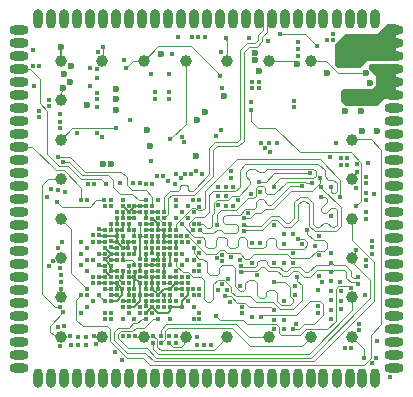
<source format=gbl>
G04*
G04 #@! TF.GenerationSoftware,Altium Limited,Altium Designer,18.1.6 (161)*
G04*
G04 Layer_Physical_Order=10*
G04 Layer_Color=16711680*
%FSTAX24Y24*%
%MOIN*%
G70*
G01*
G75*
%ADD10C,0.0079*%
%ADD12C,0.0039*%
%ADD13C,0.0059*%
%ADD30R,0.0118X0.0118*%
%ADD35R,0.0118X0.0118*%
%ADD67C,0.0046*%
%ADD70C,0.0046*%
%ADD72C,0.0051*%
%ADD73C,0.0041*%
%ADD75C,0.0047*%
%ADD86C,0.0315*%
%ADD87C,0.0157*%
%ADD88C,0.0236*%
%ADD94O,0.0315X0.0630*%
%ADD95O,0.0630X0.0315*%
%ADD96C,0.0394*%
G36*
X053724Y036146D02*
X052778D01*
X052517Y035886D01*
X051794D01*
X051671Y036009D01*
Y036693D01*
X052007Y03703D01*
X053099Y03703D01*
X053425Y037355D01*
X053724D01*
Y036146D01*
D02*
G37*
G36*
Y034851D02*
X053303D01*
X053072Y034619D01*
X052048D01*
X051901Y034767D01*
Y035121D01*
X051989Y03521D01*
X052954D01*
X053062Y035318D01*
X053062Y035634D01*
X052826Y03587D01*
Y035997D01*
X052875Y036046D01*
X053724D01*
Y034851D01*
D02*
G37*
D10*
X043825Y030106D02*
X043828Y030109D01*
X044014D02*
X044018Y030113D01*
X043828Y030109D02*
X044014D01*
X046572Y028726D02*
X046576Y028729D01*
X046381Y028722D02*
X046385Y028726D01*
X046572D01*
X045988Y028928D02*
X045991Y028925D01*
X045988Y028928D02*
Y029113D01*
X045985Y029116D02*
X045988Y029113D01*
X045985Y029116D02*
X045988Y029119D01*
Y029315D02*
X045991Y029318D01*
X045988Y029119D02*
Y029315D01*
X045594Y028134D02*
X045788D01*
X045792Y02813D01*
X04559Y028139D02*
X045594Y028134D01*
X045591Y029722D02*
Y029909D01*
X045995D02*
X045998Y029912D01*
X046185D02*
X046188Y029915D01*
X045998Y029912D02*
X046185D01*
X0454Y029318D02*
X045591D01*
X045782D01*
X045782Y029318D01*
X045597Y029501D02*
X045604Y029508D01*
X045781D01*
X045788Y029515D01*
X045788Y029515D02*
Y029712D01*
X045788Y029515D02*
X045788Y029515D01*
X046185Y029321D02*
Y029703D01*
X046182Y029318D02*
X046185Y029321D01*
Y029703D02*
X046188Y029706D01*
X045997Y030102D02*
X046176D01*
X045991Y030108D02*
X045997Y030102D01*
X045991Y030108D02*
Y030297D01*
X045985Y030303D02*
X045991Y030297D01*
X046176Y030303D02*
X046176Y030303D01*
X045985Y030303D02*
X046176D01*
X045982Y030306D02*
Y03051D01*
X045979Y030513D02*
X045982Y03051D01*
Y030306D02*
X045985Y030303D01*
X045979Y030513D02*
X045985Y030519D01*
X045801Y030504D02*
X04597D01*
X045979Y030513D01*
X045792Y030496D02*
X045801Y030504D01*
X046182Y028931D02*
X046381D01*
X051783Y036037D02*
X051959D01*
X051782Y036036D02*
X051783Y036037D01*
X051959D02*
X051959Y036037D01*
X052029Y036086D02*
X052206D01*
X05198Y036037D02*
X052029Y036086D01*
X051959Y036037D02*
X05198D01*
X052206Y036086D02*
X052266Y036146D01*
D12*
X044804Y029122D02*
X04481Y029116D01*
X044804Y029122D02*
Y029317D01*
X0446Y028729D02*
X044607D01*
X04441Y028919D02*
X0446Y028729D01*
D13*
X046122Y027744D02*
X046187Y027809D01*
X045787Y027744D02*
X046122D01*
X04563Y027901D02*
X045787Y027744D01*
X046187Y027809D02*
Y027935D01*
X044196Y029742D02*
X044225Y029712D01*
X044024Y029909D02*
X044191Y029742D01*
X044016Y029909D02*
X044024D01*
X044191Y029742D02*
X044196D01*
X043834Y030515D02*
X044002D01*
X044016Y030501D01*
X04382Y030529D02*
X043834Y030515D01*
X046382Y029917D02*
Y030099D01*
X046385Y030102D01*
X046379Y029914D02*
X046382Y029917D01*
X045991Y029521D02*
Y029706D01*
X045997Y029712D01*
X045985Y029515D02*
X045991Y029521D01*
X045397Y028928D02*
Y029107D01*
X0454Y02911D01*
X045394Y028925D02*
X045397Y028928D01*
X045195D02*
X045392D01*
X045394Y028925D01*
X045192Y028931D02*
X045195Y028928D01*
X046379Y028531D02*
X04638Y028532D01*
X046569D02*
X04657Y028533D01*
X04638Y028532D02*
X046569D01*
X04441Y028728D02*
X044566Y028572D01*
X04441Y028728D02*
Y028729D01*
X044572Y028572D02*
X044601Y028543D01*
X044566Y028572D02*
X044572D01*
X044218Y028734D02*
X04422Y028731D01*
X044408D01*
X04441Y028729D01*
X044411Y028538D02*
Y028729D01*
Y028538D02*
X044412Y028537D01*
X04441Y028729D02*
X044411Y028729D01*
X045197Y029122D02*
Y029336D01*
X045001Y029712D02*
X045004Y029716D01*
Y029904D02*
X045008Y029908D01*
X045004Y029716D02*
Y029904D01*
X04382Y029318D02*
X043824Y029314D01*
X044007D02*
X044011Y02931D01*
X043824Y029314D02*
X044007D01*
X043823Y028928D02*
X044014D01*
X04382Y028925D02*
X043823Y028928D01*
X044014D02*
X044016Y028931D01*
X045791Y02854D02*
Y02872D01*
Y02854D02*
X045794Y028537D01*
X045788Y028724D02*
X045791Y02872D01*
X04559Y02793D02*
X045619Y027901D01*
X04563D01*
X046576Y02794D02*
Y028137D01*
X046778Y02834D02*
Y028533D01*
X046576Y028137D02*
X046778Y02834D01*
X046187Y027935D02*
X04657D01*
X046182Y02793D02*
X046187Y027935D01*
X045394Y028136D02*
X045394Y028137D01*
X045393Y027952D02*
X045394Y027953D01*
Y028136D01*
X04555Y027901D02*
X04556D01*
X045393Y027743D02*
X04555Y027901D01*
X04556D02*
X04559Y02793D01*
X04481Y027935D02*
X044996D01*
X045192Y02813D01*
Y028334D01*
X045192Y028334D02*
X045192Y028334D01*
X044601Y028323D02*
Y028543D01*
X044213Y02813D02*
X044408D01*
X044601Y028323D01*
X046351Y028692D02*
X046381Y028722D01*
X046176Y028533D02*
X046336Y028692D01*
X046351D01*
X045743Y028353D02*
X045766Y02833D01*
X045588Y028534D02*
Y028916D01*
Y028534D02*
X045615Y028507D01*
X045621D02*
X045743Y028385D01*
X045766Y02833D02*
X045773D01*
X045615Y028507D02*
X045621D01*
X045743Y028353D02*
Y028385D01*
X045811Y028353D02*
X04599Y028533D01*
X046176D01*
X045802Y028353D02*
X045811D01*
X045773Y028324D02*
X045802Y028353D01*
X045588Y028916D02*
X045591Y028919D01*
X045594Y028922D02*
X045779D01*
X045591Y028919D02*
X045594Y028922D01*
X045779D02*
X045782Y028925D01*
X043834Y030307D02*
X044396D01*
X044404Y0301D02*
X044407Y030103D01*
Y03029D01*
X04441Y030293D01*
X044447Y03007D02*
X044608Y029909D01*
X044434Y03007D02*
X044447D01*
X044608Y029909D02*
X044608D01*
X044404Y0301D02*
X044434Y03007D01*
X044608Y029909D02*
X044609Y029908D01*
X044799D01*
X0448Y030106D02*
X044803Y030103D01*
X044998D01*
X0448Y029908D02*
Y030105D01*
X0448Y030106D01*
X044225Y030117D02*
X044234Y030109D01*
X044396D01*
X045782Y030693D02*
X045787Y030688D01*
Y030501D02*
Y030688D01*
Y030501D02*
X045792Y030496D01*
X04559Y030882D02*
X04562Y030853D01*
X045753Y030723D02*
Y030733D01*
X04562Y030853D02*
X045634D01*
X045753Y030723D02*
X045782Y030693D01*
X045634Y030853D02*
X045753Y030733D01*
X04382Y030321D02*
X043834Y030307D01*
X044396D02*
X04441Y030293D01*
X044413Y030295D01*
Y030493D02*
X044415Y030495D01*
X044413Y030295D02*
Y030493D01*
X044415Y030495D02*
X044416Y030495D01*
X044601D02*
X044601Y030496D01*
X044416Y030495D02*
X044601D01*
X044601Y030496D02*
X044607Y030501D01*
Y030686D02*
X044613Y030692D01*
X044607Y030501D02*
Y030686D01*
X044613Y031293D02*
X044642Y031263D01*
Y031256D02*
Y031263D01*
X04478Y031125D02*
X04481Y031096D01*
X044642Y031256D02*
X044773Y031125D01*
X04478D01*
X045001Y031293D02*
X0454D01*
X045192Y028334D02*
Y028722D01*
X045001Y028913D02*
Y028925D01*
Y028542D02*
Y028913D01*
X045192Y028722D01*
X044813Y028922D02*
X044998D01*
X04481Y028919D02*
X044813Y028922D01*
X044998D02*
X045001Y028925D01*
X04501Y028934D02*
Y029107D01*
X045018Y029116D01*
X045001Y028925D02*
X04501Y028934D01*
X044011Y029519D02*
X044193Y029336D01*
X044196D01*
X044225Y029307D01*
X044213Y029127D02*
X04441D01*
X044219Y029301D02*
X044225Y029307D01*
X044219Y029133D02*
Y029301D01*
X044213Y029127D02*
X044219Y029133D01*
X04404Y029548D02*
X044061D01*
X044011Y029519D02*
X04404Y029548D01*
X044061D02*
X044225Y029712D01*
X044226Y029711D02*
X044404D01*
X044225Y029712D02*
X044226Y029711D01*
X044404D02*
X044404Y029711D01*
X044971Y031263D02*
X045001Y031293D01*
X04481Y031096D02*
X044971Y031257D01*
Y031263D01*
X045197Y030302D02*
X045198Y030303D01*
X045197Y029544D02*
X045197Y029545D01*
Y030302D01*
D30*
X044601Y028543D02*
D03*
X04481D02*
D03*
X044405Y030694D02*
D03*
X044613D02*
D03*
X044225Y029712D02*
D03*
X044016D02*
D03*
X046176Y030303D02*
D03*
X046385D02*
D03*
X045192Y028334D02*
D03*
X045401D02*
D03*
X045773Y028324D02*
D03*
X045981D02*
D03*
X04518Y030692D02*
D03*
X045389D02*
D03*
X044213Y02813D02*
D03*
X044005D02*
D03*
X045389Y030305D02*
D03*
X045597D02*
D03*
X044404Y0301D02*
D03*
X044613D02*
D03*
X045782Y030693D02*
D03*
X045991D02*
D03*
X045383Y029909D02*
D03*
X045591D02*
D03*
X046778Y028533D02*
D03*
X04657Y028533D02*
D03*
X045979Y030513D02*
D03*
X046188D02*
D03*
X045792Y030496D02*
D03*
X045584D02*
D03*
X044601D02*
D03*
X04481D02*
D03*
X045018Y029116D02*
D03*
X04481D02*
D03*
X044799Y029908D02*
D03*
X045008D02*
D03*
X044415Y030495D02*
D03*
X044207D02*
D03*
X045788Y029712D02*
D03*
X045997D02*
D03*
X045586Y028537D02*
D03*
X045794D02*
D03*
X046176Y030102D02*
D03*
X046385D02*
D03*
X045782Y029318D02*
D03*
X045991D02*
D03*
X045782Y028925D02*
D03*
X045991D02*
D03*
X045609Y029516D02*
D03*
X0454D02*
D03*
X045997Y030102D02*
D03*
X045788D02*
D03*
X045597Y02874D02*
D03*
X045389D02*
D03*
X04481Y028919D02*
D03*
X044601D02*
D03*
X044404Y029711D02*
D03*
X044613D02*
D03*
D35*
X044213Y02892D02*
D03*
Y029129D02*
D03*
X04421Y029932D02*
D03*
Y030141D02*
D03*
X044412Y028537D02*
D03*
Y028328D02*
D03*
X044016Y028931D02*
D03*
Y028722D02*
D03*
X04481Y031096D02*
D03*
Y030887D02*
D03*
X04559Y030882D02*
D03*
Y031091D02*
D03*
X0454Y031293D02*
D03*
Y031084D02*
D03*
X045591Y028919D02*
D03*
Y029127D02*
D03*
X045197Y029544D02*
D03*
Y029336D02*
D03*
X046182Y02793D02*
D03*
Y028139D02*
D03*
X0454Y029318D02*
D03*
Y02911D02*
D03*
X045192Y028931D02*
D03*
Y028722D02*
D03*
X04441Y029127D02*
D03*
Y028919D02*
D03*
X046176Y028533D02*
D03*
Y028741D02*
D03*
X045001Y031293D02*
D03*
Y031084D02*
D03*
X044225Y029307D02*
D03*
Y029515D02*
D03*
X045393Y027743D02*
D03*
Y027952D02*
D03*
X044016Y030316D02*
D03*
Y030107D02*
D03*
X04382Y030321D02*
D03*
Y030529D02*
D03*
X044613Y031293D02*
D03*
Y031084D02*
D03*
X045001Y028542D02*
D03*
Y028334D02*
D03*
X044218Y028734D02*
D03*
Y028525D02*
D03*
X044011Y029519D02*
D03*
Y02931D02*
D03*
X04559Y02793D02*
D03*
Y028139D02*
D03*
X046188Y029706D02*
D03*
Y029915D02*
D03*
X04481Y027935D02*
D03*
Y028143D02*
D03*
X045001Y0301D02*
D03*
Y030309D02*
D03*
X046381Y028722D02*
D03*
Y028931D02*
D03*
D67*
X045404Y02657D02*
X045724Y026249D01*
X044782Y02657D02*
X045404D01*
X045724Y026249D02*
X050873D01*
X044759Y026407D02*
X045358D01*
X045636Y02613D02*
X05098D01*
X045358Y026407D02*
X045636Y02613D01*
X05098D02*
X052993Y028143D01*
X050873Y026249D02*
X052865Y028241D01*
X044443Y026909D02*
X044782Y02657D01*
X044443Y027022D02*
X04454Y027119D01*
X044443Y026909D02*
Y027022D01*
X044317Y026849D02*
Y027096D01*
X044468Y027248D01*
X044821D01*
X044317Y026849D02*
X044759Y026407D01*
X052865Y028241D02*
Y028822D01*
X052332Y029354D02*
X052865Y028822D01*
X052266Y029568D02*
X052332Y029501D01*
Y029354D02*
Y029501D01*
X04454Y027119D02*
X044909D01*
X045038Y027248D01*
X045316D01*
X045615Y027547D02*
X045788D01*
X045316Y027248D02*
X045615Y027547D01*
X052993Y028143D02*
Y029434D01*
X052266Y030162D02*
Y030883D01*
Y030162D02*
X052993Y029434D01*
X052266Y030883D02*
X052266Y030883D01*
X044821Y027248D02*
X044958Y027385D01*
X045242Y027547D02*
X045394D01*
X04508Y027385D02*
X045242Y027547D01*
X044958Y027385D02*
X04508D01*
X052266Y029663D02*
X052363Y02976D01*
Y029803D02*
X052386Y029826D01*
X052363Y02976D02*
Y029803D01*
X052266Y029576D02*
Y029663D01*
Y032277D02*
X052403Y032414D01*
X052266Y032207D02*
Y032277D01*
X052403Y032414D02*
Y032445D01*
X045394Y027547D02*
X045394D01*
X046164Y028729D02*
X046176Y028741D01*
X045984Y028729D02*
X046164D01*
D70*
X05131Y029816D02*
X051408Y029914D01*
Y030069D01*
X051316Y030161D02*
X051408Y030069D01*
X051077Y029816D02*
X05131D01*
X050969Y030161D02*
X051316D01*
X043829Y029712D02*
X044016D01*
X046385Y030303D02*
X046385Y030303D01*
X046566D01*
X045983Y028132D02*
Y028322D01*
Y028132D02*
X045985Y02813D01*
X045981Y028324D02*
X045983Y028322D01*
X042884Y029073D02*
X043426Y028531D01*
X042884Y029073D02*
Y03054D01*
X04254Y030883D02*
X042884Y03054D01*
X04254Y035112D02*
X042611Y035182D01*
Y035234D01*
X04254Y034831D02*
Y035112D01*
X048886Y034143D02*
Y034491D01*
X049114Y033915D02*
X049672D01*
X048886Y034143D02*
X049114Y033915D01*
X049672D02*
X050503Y033084D01*
X052217D01*
X043725Y03149D02*
X04398D01*
X043512Y031278D02*
X043725Y03149D01*
X042582Y031278D02*
X043512D01*
X042415Y031445D02*
X042582Y031278D01*
X052658Y026248D02*
Y026543D01*
X052266Y026936D02*
X052658Y026543D01*
X044995Y029324D02*
Y029434D01*
Y029324D02*
X045001Y029318D01*
X044921Y029508D02*
X044995Y029434D01*
X044607Y029508D02*
X044921D01*
X045594Y029124D02*
X045785D01*
X045788Y029122D01*
X045591Y029127D02*
X045594Y029124D01*
X046182Y028139D02*
Y028334D01*
X046182Y028334D02*
X046182Y028334D01*
Y028139D02*
X046182Y028139D01*
X045001Y030309D02*
X045001Y030309D01*
Y030496D01*
X042351Y029472D02*
X042446Y029568D01*
X042284Y029451D02*
X042306Y029472D01*
X042446Y029568D02*
X04254D01*
X042306Y029472D02*
X042351D01*
X04254Y028252D02*
Y028537D01*
X04254Y028537D02*
X04254Y028537D01*
X04392Y026946D02*
X04393Y026936D01*
X043656Y026946D02*
X04392D01*
X043646Y026956D02*
X043656Y026946D01*
X045041Y026946D02*
X045309D01*
X045319Y026936D01*
X04503Y026956D02*
X045041Y026946D01*
X049651Y028777D02*
X050013D01*
X050188Y02829D02*
Y028603D01*
X050013Y028777D02*
X050188Y028603D01*
X041842Y03472D02*
Y035544D01*
X042092Y033034D02*
Y03447D01*
X041842Y03472D02*
X042092Y03447D01*
Y033034D02*
X042499Y032627D01*
X041005Y033272D02*
X041589D01*
X042369Y032493D02*
X042641D01*
X041589Y033272D02*
X042369Y032493D01*
X041515Y035871D02*
X041842Y035544D01*
X04293Y033905D02*
X044389D01*
X04254Y033515D02*
X04293Y033905D01*
X042632Y027752D02*
X042635D01*
X042195Y027315D02*
X042632Y027752D01*
X042312Y026992D02*
X042484D01*
X042195Y02711D02*
Y027315D01*
X042484Y026992D02*
X04254Y026936D01*
X042195Y02711D02*
X042312Y026992D01*
X041922Y02836D02*
X042355Y027927D01*
X042511D02*
X042526Y027941D01*
X042355Y027927D02*
X042511D01*
X046656Y026705D02*
Y026884D01*
X046554Y026602D02*
X046656Y026705D01*
X046286Y026602D02*
X046554D01*
X046656Y026884D02*
X046708Y026936D01*
X046143Y026745D02*
X046286Y026602D01*
X043957Y036174D02*
Y0366D01*
X04393Y036146D02*
X043957Y036174D01*
X05138Y036146D02*
X051783Y035743D01*
X052716D01*
X050877Y036146D02*
X05138D01*
X049487D02*
X050295D01*
X050422Y036018D01*
X050431D01*
X052144Y028624D02*
X0522Y028568D01*
X051801Y028624D02*
X052144D01*
X051709Y028532D02*
X051801Y028624D01*
X0522Y028568D02*
X052227D01*
X050725Y027202D02*
X05143D01*
X051709Y027481D02*
Y028532D01*
X05143Y027202D02*
X051709Y027481D01*
X050535Y027012D02*
X050725Y027202D01*
X049882Y027012D02*
X050535D01*
X049812Y027082D02*
Y027252D01*
Y027082D02*
X049882Y027012D01*
X049703Y027361D02*
X049812Y027252D01*
X048751Y027361D02*
X049703D01*
X04784Y027504D02*
X048608D01*
X048751Y027361D01*
X047717Y027627D02*
X04784Y027504D01*
X046064Y027352D02*
X048401D01*
X048818Y026936D02*
X049487D01*
X048401Y027352D02*
X048818Y026936D01*
X048855Y026647D02*
X050587D01*
X046135Y027239D02*
X048262D01*
X048855Y026647D01*
X045887Y027175D02*
X046064Y027352D01*
X045887Y026981D02*
Y027175D01*
X046014Y027118D02*
X046135Y027239D01*
X050587Y026647D02*
X050877Y026936D01*
X045887Y026745D02*
X046014Y026872D01*
Y027118D01*
X045631Y026518D02*
X045777Y026371D01*
X050809D01*
X045631Y026518D02*
Y026745D01*
X044737Y026245D02*
X045274D01*
X045513Y026007D02*
X052639D01*
X045274Y026245D02*
X045513Y026007D01*
X052639D02*
X052869Y026237D01*
X045887Y026489D02*
X047651D01*
X048098Y026936D02*
Y026944D01*
X047651Y026489D02*
X048098Y026936D01*
X045759Y026616D02*
Y026853D01*
Y026616D02*
X045887Y026489D01*
X045631Y026981D02*
X045759Y026853D01*
X052266Y027828D02*
Y028252D01*
X050809Y026371D02*
X052266Y027828D01*
X044181Y026801D02*
X044737Y026245D01*
X052266Y033523D02*
X052869D01*
X053216Y033176D01*
Y02736D02*
Y033176D01*
X052869Y026237D02*
Y027012D01*
X053216Y02736D01*
X044071Y027306D02*
X044181Y027196D01*
Y026801D02*
Y027196D01*
X043269Y027306D02*
X044071D01*
X043067Y027507D02*
X043269Y027306D01*
X043067Y028172D02*
X043229Y028334D01*
X043067Y027507D02*
Y028172D01*
X041922Y02836D02*
Y031998D01*
X042123Y032199D02*
X04254D01*
X041922Y031998D02*
X042123Y032199D01*
X043229Y031484D02*
Y031905D01*
X042641Y032493D02*
X043229Y031905D01*
X043204Y032194D02*
X043876D01*
X044049Y032022D01*
X042499Y032627D02*
X042771D01*
X043204Y032194D01*
X041162Y035871D02*
X041515D01*
X041005D02*
X041162D01*
X046202Y033531D02*
X046708Y034037D01*
Y036146D01*
X046901Y036626D02*
X047868Y035658D01*
Y035643D02*
Y035658D01*
X045799Y036626D02*
X046901D01*
X045319Y036146D02*
X045799Y036626D01*
X044958Y036146D02*
X045319D01*
X044725Y035913D02*
X044958Y036146D01*
X049838Y037031D02*
X050691D01*
X051095Y036626D01*
X048098Y036146D02*
Y03681D01*
X048036Y036873D02*
Y036903D01*
Y036873D02*
X048098Y03681D01*
X04382Y028315D02*
X044005Y02813D01*
X04382Y028315D02*
Y028334D01*
X045788Y030896D02*
X045991Y030693D01*
X045788Y030896D02*
Y030898D01*
X044746Y032011D02*
X044927Y03183D01*
X045369D02*
X045591Y031608D01*
X044927Y03183D02*
X045369D01*
X044746Y032011D02*
Y032253D01*
X044557Y032442D02*
X044746Y032253D01*
X044278Y03194D02*
X044515Y031703D01*
X044111Y032334D02*
X044278Y032167D01*
Y03194D02*
Y032167D01*
X042827Y032766D02*
X043259Y032334D01*
X044111D01*
X042863Y032938D02*
X043359Y032442D01*
X044557D01*
X044934Y031703D02*
X045153Y031484D01*
X044515Y031703D02*
X044934D01*
X042607Y032766D02*
X042827D01*
X045153Y031484D02*
X045394D01*
X045591Y031287D02*
Y031608D01*
X042463Y032938D02*
X042863D01*
X052217Y033084D02*
X052558Y032743D01*
Y031466D02*
Y032743D01*
X052376Y031285D02*
X052558Y031466D01*
X048814Y029544D02*
X048977Y029707D01*
X050091D02*
X050233Y029564D01*
X048977Y029707D02*
X050091D01*
X05042Y028814D02*
Y02893D01*
X050419Y028931D02*
X05042Y02893D01*
Y028814D02*
X050582Y028652D01*
Y028151D02*
Y028652D01*
X051272Y027664D02*
Y028041D01*
X051183Y02813D02*
X051272Y028041D01*
X050981Y027373D02*
X051272Y027664D01*
X05085Y02813D02*
X051183D01*
X049206Y027596D02*
X049287Y027677D01*
X050651Y027373D02*
X050981D01*
X050276Y027198D02*
X050475D01*
X050651Y027373D01*
X050397Y027677D02*
X05085Y02813D01*
X049287Y027677D02*
X050397D01*
X047415Y029101D02*
Y029424D01*
X047146Y02955D02*
X04729D01*
X047415Y029424D01*
X047775Y028839D02*
X047978D01*
X047629Y028694D02*
X047775Y028839D01*
X047629Y028196D02*
Y028694D01*
X047316Y028201D02*
X047419Y028098D01*
X047532D02*
X047629Y028196D01*
X047419Y028098D02*
X047532D01*
X047316Y028201D02*
Y028825D01*
X050275Y028084D02*
Y028202D01*
X050191Y028D02*
X050275Y028084D01*
X050188Y02829D02*
X050275Y028202D01*
X049888Y028D02*
X050191D01*
X049848Y027855D02*
X050285D01*
X050582Y028151D01*
X047831Y029075D02*
Y029236D01*
X04792Y029325D02*
X048242D01*
X047831Y029236D02*
X04792Y029325D01*
X04775Y028993D02*
X047831Y029075D01*
X047523Y028993D02*
X04775D01*
X048977Y028825D02*
X04908Y028722D01*
X048697Y028719D02*
X048803Y028825D01*
X048977D01*
X048242Y029325D02*
X048342Y029225D01*
Y028624D02*
Y029225D01*
X047978Y028839D02*
X04823Y028587D01*
Y028433D02*
Y028587D01*
Y028433D02*
X048374Y028289D01*
X04884D01*
X048507Y02846D02*
X048614D01*
X048342Y028624D02*
X048507Y02846D01*
X047217Y028925D02*
X047316Y028825D01*
X049042Y028086D02*
X049617D01*
X049848Y027855D01*
X050271Y027202D02*
X050276Y027198D01*
X04884Y028289D02*
X049042Y028086D01*
X048614Y02846D02*
X048697Y028543D01*
Y028719D01*
X049651Y028514D02*
X04976Y028404D01*
Y028127D02*
X049888Y028D01*
X04976Y028127D02*
Y028404D01*
X047415Y029101D02*
X047523Y028993D01*
X046969Y029727D02*
X047146Y02955D01*
X049476Y028514D02*
X049651D01*
X049184Y028241D02*
X04932D01*
X049394Y028316D01*
Y028433D01*
X049476Y028514D01*
X04908Y028346D02*
X049184Y028241D01*
X04908Y028346D02*
Y028722D01*
X048693Y028075D02*
X048826Y027942D01*
X049539D02*
X049651Y02783D01*
X048826Y027942D02*
X049539D01*
X048431Y028075D02*
X048693D01*
X048217Y028289D02*
X048431Y028075D01*
X048024Y028289D02*
X048217D01*
X046964Y028925D02*
X047217D01*
X046969Y029727D02*
Y029909D01*
X046799Y02909D02*
X046964Y028925D01*
X046606Y02909D02*
X046799D01*
X046379Y029317D02*
X046606Y02909D01*
X046379Y029317D02*
Y029508D01*
X049214Y031059D02*
X049358Y031203D01*
X048851Y030887D02*
X049023Y031059D01*
X049214D01*
X049358Y031203D02*
X049619D01*
X05023Y031814D01*
X050935D01*
X048655Y030255D02*
X048751Y03016D01*
X048524Y030255D02*
X048655D01*
X04844Y030172D02*
X048524Y030255D01*
X04844Y029969D02*
Y030172D01*
X048751Y029969D02*
Y03016D01*
X049723Y02997D02*
Y030154D01*
X049478Y030235D02*
X049642D01*
X049723Y030154D01*
X049379Y030135D02*
X049478Y030235D01*
X049379Y029976D02*
Y030135D01*
X049723Y02997D02*
X049812Y029881D01*
X05064D01*
X048831Y029889D02*
X049292D01*
X049379Y029976D01*
X050826Y029564D02*
X051077Y029816D01*
X050757Y030373D02*
Y030477D01*
Y030373D02*
X050969Y030161D01*
X050749Y030485D02*
X050757Y030477D01*
X050749Y029989D02*
Y030104D01*
X05064Y029881D02*
X050749Y029989D01*
X050444Y030202D02*
X05065D01*
X050749Y030104D01*
X050233Y029564D02*
X050826D01*
X047735Y029707D02*
X047859Y029831D01*
X047374Y029707D02*
X047735D01*
X046778Y030303D02*
X047374Y029707D01*
X047859Y029831D02*
X048D01*
X048076Y029991D02*
Y030188D01*
X048176Y029891D02*
X048362D01*
X048076Y029991D02*
X048176Y029891D01*
X047999Y030265D02*
X048076Y030188D01*
X047799Y030265D02*
X047999D01*
X047714Y03018D02*
X047799Y030265D01*
X047714Y029966D02*
Y03018D01*
X048751Y029969D02*
X048831Y029889D01*
X048Y029831D02*
X048102Y029729D01*
X048699Y029544D02*
X048814D01*
X048513Y029729D02*
X048699Y029544D01*
X048102Y029729D02*
X048513D01*
X04764Y029892D02*
X047714Y029966D01*
X047439Y029892D02*
X04764D01*
X048362Y029891D02*
X04844Y029969D01*
X046763Y030303D02*
X046778D01*
X049353Y031765D02*
Y031888D01*
X049434Y031685D02*
X049668D01*
X049353Y031765D02*
X049434Y031685D01*
X04775Y030659D02*
Y031022D01*
X047889Y031161D01*
X048384D01*
X048369Y030696D02*
X048447Y030618D01*
Y030471D02*
Y030618D01*
X048033Y030696D02*
X048369D01*
X047952Y030777D02*
Y030929D01*
Y030777D02*
X048033Y030696D01*
X048036Y031014D02*
X048512D01*
X047952Y030929D02*
X048036Y031014D01*
X047648Y031074D02*
Y031403D01*
X047589Y030631D02*
Y031015D01*
X047648Y031074D01*
X048976Y031198D02*
X049061Y031283D01*
X048696Y031198D02*
X048976D01*
X049061Y031283D02*
Y031429D01*
X048512Y031014D02*
X048696Y031198D01*
X049565Y031347D02*
X050181Y031963D01*
X04945Y031347D02*
X049565D01*
X049278Y031519D02*
X04945Y031347D01*
X04915Y031519D02*
X049278D01*
X049061Y031429D02*
X04915Y031519D01*
X049668Y031685D02*
X050086Y032102D01*
X049269Y031973D02*
X049353Y031888D01*
X049119Y031973D02*
X049269D01*
X049039Y031646D02*
Y031893D01*
X049119Y031973D01*
X048965Y031573D02*
X049039Y031646D01*
X048796Y031573D02*
X048965D01*
X050086Y032102D02*
X050675D01*
X048384Y031161D02*
X048796Y031573D01*
X049157Y032117D02*
X04939D01*
X049663Y03239D02*
X050861D01*
X04939Y032117D02*
X049663Y03239D01*
X049427Y032549D02*
X050962D01*
X049307Y032429D02*
X049427Y032549D01*
X04915Y032429D02*
X049307D01*
X049029Y032549D02*
X04915Y032429D01*
X048826Y032549D02*
X049029D01*
X049661Y031942D02*
Y03204D01*
X049855Y032235D02*
X050956D01*
X049661Y03204D02*
X049855Y032235D01*
X049651Y031933D02*
X049661Y031942D01*
X048851Y032019D02*
Y032143D01*
X048258Y031647D02*
X048478D01*
X048851Y032019D01*
X048708Y032285D02*
Y032431D01*
Y032285D02*
X048851Y032143D01*
X048708Y032431D02*
X048826Y032549D01*
X048506Y032507D02*
X048702Y032703D01*
X048506Y031939D02*
Y032507D01*
X048702Y032703D02*
X051135D01*
X048363Y031796D02*
X048506Y031939D01*
X051184Y032855D02*
X051867Y032172D01*
X04734Y031785D02*
X04841Y032855D01*
X051184D01*
X051867Y031614D02*
Y032172D01*
X04734Y031231D02*
Y031785D01*
X050675Y032102D02*
X050716Y032061D01*
X051036Y032315D02*
Y032475D01*
X050962Y032549D02*
X051036Y032475D01*
X050956Y032235D02*
X051036Y032315D01*
X051135Y032703D02*
X051345Y032493D01*
X050716Y032061D02*
X050927D01*
X050181Y031963D02*
X050579D01*
X050935Y031814D02*
X051177Y032056D01*
X047286Y030401D02*
X047629D01*
X047736Y030509D02*
X04789D01*
X047629Y030401D02*
X047736Y030509D01*
X047997Y030401D02*
X048377D01*
X04789Y030509D02*
X047997Y030401D01*
X047648Y031403D02*
X047739Y031493D01*
X048105D01*
X047523Y030565D02*
X047589Y030631D01*
X04717Y030691D02*
X047289D01*
X047415Y030565D02*
X047523D01*
X047289Y030691D02*
X047415Y030565D01*
X047165Y030696D02*
X04717Y030691D01*
X047279Y03027D02*
X047367Y030182D01*
X047Y03027D02*
X047279D01*
X046576Y030695D02*
X047Y03027D01*
X047367Y029964D02*
Y030182D01*
X051345Y0323D02*
Y032493D01*
Y0323D02*
X051464Y032181D01*
X05163D01*
X051748Y032063D01*
X04701Y03093D02*
X047327D01*
X047492Y031095D02*
Y031653D01*
X047327Y03093D02*
X047492Y031095D01*
X047635Y031796D02*
X048363D01*
X047492Y031653D02*
X047635Y031796D01*
X051686Y031737D02*
X051748Y031799D01*
X051543Y031796D02*
X051602Y031737D01*
X051686D01*
X051543Y031927D02*
X051547Y031931D01*
X051543Y031796D02*
Y031927D01*
X051748Y031799D02*
Y032063D01*
X048377Y030401D02*
X048447Y030471D01*
X048105Y031493D02*
X048258Y031647D01*
X04682Y03074D02*
X04701Y03093D01*
X047367Y029964D02*
X047439Y029892D01*
X048645Y030887D02*
X048851D01*
X051177Y032056D02*
Y032229D01*
X047259Y031151D02*
X04734Y031231D01*
X047177Y030502D02*
X047185D01*
X047286Y030401D01*
X04682Y03065D02*
Y03074D01*
Y03065D02*
X046968Y030502D01*
X047104Y031151D02*
X047259D01*
X046921Y031238D02*
X047016D01*
X047104Y031151D01*
X046377Y030695D02*
X046921Y031238D01*
X046377Y030499D02*
Y030695D01*
X044021Y028529D02*
X044214D01*
X044218Y028525D01*
X044018Y028532D02*
X044021Y028529D01*
D72*
X044225Y029909D02*
X044409D01*
X044213D02*
X044225D01*
X045587Y03109D02*
X045788D01*
X044804Y028138D02*
X04481Y028143D01*
X044611Y028138D02*
X044804D01*
X044605Y028133D02*
X044611Y028138D01*
X04254Y036155D02*
Y036588D01*
X04461Y030103D02*
Y0303D01*
Y030103D02*
X044613Y0301D01*
X044607Y030303D02*
X04461Y0303D01*
X045587Y028334D02*
X045591Y028339D01*
X045401Y028334D02*
X045587D01*
X046182Y030519D02*
Y030696D01*
X045591Y030102D02*
X045597Y030108D01*
Y030305D01*
X044215Y028336D02*
X044222Y028328D01*
X044412D01*
X044804Y028537D02*
X04481Y028543D01*
X044804Y028334D02*
Y028537D01*
X044995Y028143D02*
X045001Y028137D01*
X044995Y028143D02*
Y02833D01*
X045788Y030102D02*
Y030305D01*
X045788Y030305D02*
X045788Y030305D01*
X045584Y031093D02*
X045587Y03109D01*
X045391Y031075D02*
X0454Y031084D01*
X045391Y03089D02*
Y031075D01*
X04441Y030698D02*
Y030892D01*
X044404Y030692D02*
X04441Y030698D01*
X044409Y029909D02*
X04441Y029908D01*
X044225Y029515D02*
X04441D01*
X04382Y028728D02*
X043826Y028722D01*
X044016D01*
X044213Y028919D02*
Y028925D01*
X044016Y029122D02*
X044213Y028925D01*
X045389Y028537D02*
X045394Y028531D01*
X045389Y028537D02*
Y02874D01*
X044601Y028919D02*
X044607Y028925D01*
Y029122D01*
Y029508D02*
X044613Y029514D01*
Y029711D01*
X045389Y029501D02*
Y029706D01*
X046182Y030519D02*
X046188Y030513D01*
X045389Y030692D02*
X045393Y030696D01*
X045591D01*
X045394Y030496D02*
X045584D01*
X044804Y030501D02*
X04481Y030496D01*
X044804Y030501D02*
Y030693D01*
X04481Y030887D02*
X044813Y030884D01*
X045001D01*
X045001Y031084D02*
X045007Y03109D01*
X045202D01*
X044607Y030893D02*
X044613Y030899D01*
Y031084D01*
D73*
X049093Y029431D02*
X04917Y029508D01*
X049366D02*
X049434Y02944D01*
X04917Y029508D02*
X049366D01*
X049434Y029354D02*
Y02944D01*
X049093Y029343D02*
Y029431D01*
X049215Y029267D02*
X049322D01*
X049078Y02913D02*
X049215Y029267D01*
X049322D02*
X04946Y02913D01*
X050134Y028979D02*
X050293Y029138D01*
X050452D02*
X050652Y028938D01*
X050293Y029138D02*
X050452D01*
X050652Y028938D02*
X050849D01*
X051095Y029183D01*
X052064Y028906D02*
Y029089D01*
X05197Y029183D02*
X052064Y029089D01*
X051643Y029183D02*
X05197D01*
X05221Y028761D02*
X052383D01*
X052064Y028906D02*
X05221Y028761D01*
X047698Y033427D02*
X048405D01*
X048511Y033533D02*
Y036491D01*
X048405Y033427D02*
X048511Y033533D01*
X048651Y033475D02*
Y036433D01*
X048463Y033287D02*
X048651Y033475D01*
X047756Y033287D02*
X048463D01*
X047634Y032303D02*
Y033165D01*
X047494Y032361D02*
Y033223D01*
X047634Y033165D02*
X047756Y033287D01*
X047494Y033223D02*
X047698Y033427D01*
X047001Y031671D02*
X047634Y032303D01*
X046534Y031953D02*
X046598Y032017D01*
X046713D02*
X046775Y031955D01*
X046598Y032017D02*
X046713D01*
X046775Y031866D02*
Y031955D01*
Y031866D02*
X046831Y031811D01*
X046943D01*
X046534Y031878D02*
Y031953D01*
X046194Y031811D02*
X046467D01*
X046534Y031878D01*
X046943Y031811D02*
X047494Y032361D01*
X046252Y031671D02*
X047001D01*
X046133Y031035D02*
Y031551D01*
X046252Y031671D01*
X045993Y031609D02*
X046194Y031811D01*
X045993Y031093D02*
Y031609D01*
X049126Y036846D02*
Y037004D01*
X04907Y036592D02*
X049266Y036788D01*
X049126Y037004D02*
X049284Y037161D01*
X049012Y036732D02*
X049126Y036846D01*
X049266Y036946D02*
X049424Y037103D01*
X049266Y036788D02*
Y036946D01*
X04881Y036592D02*
X04907D01*
X048511Y036491D02*
X048752Y036732D01*
X048651Y036433D02*
X04881Y036592D01*
X048752Y036732D02*
X049012D01*
X049424Y037544D02*
X04957Y03769D01*
X049424Y037103D02*
Y037544D01*
X049137Y03769D02*
X049284Y037544D01*
Y037161D02*
Y037544D01*
X045991Y030893D02*
X046133Y031035D01*
X045985Y030893D02*
X045991D01*
X04599Y03109D02*
X045993Y031093D01*
X050816Y030645D02*
Y031351D01*
X051008Y030452D02*
X051709D01*
X050816Y030645D02*
X051008Y030452D01*
X051066Y030592D02*
X051163D01*
X050956Y030703D02*
X051066Y030592D01*
X050956Y030703D02*
Y031409D01*
X050001Y030598D02*
X05022D01*
X050455Y030833D02*
Y031361D01*
X050315Y030891D02*
Y031419D01*
X050059Y030738D02*
X050162D01*
X05022Y030598D02*
X050455Y030833D01*
X050162Y030738D02*
X050315Y030891D01*
X049815Y030982D02*
X050059Y030738D01*
X049757Y030842D02*
X050001Y030598D01*
X049541Y030982D02*
X049815D01*
X049208Y030649D02*
X049541Y030982D01*
X049599Y030842D02*
X049757D01*
X049266Y030509D02*
X049599Y030842D01*
X050572Y031477D02*
X050689D01*
X050455Y031361D02*
X050572Y031477D01*
X050514Y031617D02*
X050747D01*
X050315Y031419D02*
X050514Y031617D01*
X048727Y030509D02*
X049266D01*
X048727Y030649D02*
X049208D01*
X04946Y02913D02*
X04976D01*
X049518Y02927D02*
X049824D01*
X049434Y029354D02*
X049518Y02927D01*
X04902D02*
X049093Y029343D01*
X048632Y02927D02*
X04902D01*
X048636Y02913D02*
X049078D01*
X052204Y028978D02*
Y02914D01*
X052021Y029323D02*
X052204Y02914D01*
X051643Y029323D02*
X052021D01*
X051037D02*
X051482D01*
X051095Y029183D02*
X051475D01*
X050699Y029089D02*
X050802D01*
X051037Y029323D01*
X04976Y02913D02*
X049906Y028984D01*
X049912D01*
X049917Y028979D02*
X050134D01*
X049912Y028984D02*
X049917Y028979D01*
X050076Y029119D02*
X050226Y02927D01*
X049975Y029119D02*
X050076D01*
X050226Y02927D02*
X050518D01*
X049824D02*
X049975Y029119D01*
X050518Y02927D02*
X050699Y029089D01*
X052204Y028978D02*
X052282Y028901D01*
X052381D01*
X052383Y028761D02*
X05243Y028714D01*
X052381Y028901D02*
X05243Y02895D01*
Y028714D02*
X052462D01*
X051556Y029397D02*
Y029411D01*
X051482Y029323D02*
X051556Y029397D01*
X04856Y02931D02*
X048592D01*
X048632Y02927D01*
X051548Y029092D02*
Y02911D01*
X051475Y029183D02*
X051548Y02911D01*
X048565Y02909D02*
X048596D01*
X048636Y02913D01*
X05243Y02895D02*
X052462D01*
X051556Y029411D02*
Y029414D01*
Y029411D02*
X051643Y029323D01*
X051548Y029092D02*
X051552D01*
X051643Y029183D01*
X051204Y031144D02*
X051288Y03106D01*
X051204Y031144D02*
Y031231D01*
X051288Y03106D02*
X051389D01*
X051429Y030743D02*
X05158Y030592D01*
X051314Y030743D02*
X051429D01*
X051163Y030592D02*
X051314Y030743D01*
X051204Y031231D02*
X051418Y031445D01*
X051389Y03106D02*
X051567Y031238D01*
X051671D01*
X05174Y031168D01*
Y030682D02*
Y031168D01*
X050689Y031477D02*
X050816Y031351D01*
X050747Y031617D02*
X050956Y031409D01*
X05188Y030624D02*
Y031261D01*
X051233Y031908D02*
X05188Y031261D01*
X051709Y030452D02*
X05188Y030624D01*
X051651Y030592D02*
X05174Y030682D01*
X05158Y030592D02*
X051651D01*
X051418Y031445D02*
Y031525D01*
X051341Y031603D02*
X051418Y031525D01*
X048668Y03066D02*
X048717D01*
X048645Y030477D02*
X048668Y0305D01*
X048718D02*
X048727Y030509D01*
X048668Y0305D02*
X048718D01*
X048645Y030682D02*
X048668Y03066D01*
X048717D02*
X048727Y030649D01*
X051233Y031908D02*
Y031927D01*
X051243Y031603D02*
X051341D01*
X051233Y031612D02*
X051243Y031603D01*
D75*
X045383Y029909D02*
Y030111D01*
X045383Y030111D01*
X045383Y029909D02*
X045383Y029909D01*
X044799Y029908D02*
X0448Y029908D01*
X044998Y030103D02*
X045001Y0301D01*
X04518Y030692D02*
X045189Y030683D01*
Y030311D02*
Y030683D01*
Y030311D02*
X045198Y030303D01*
X045199Y030304D01*
X045387D02*
X045389Y030305D01*
X045199Y030304D02*
X045387D01*
X044207Y030495D02*
X044212Y030501D01*
Y030687D01*
X044218Y030692D01*
D86*
X041775Y03769D02*
D03*
X042208D02*
D03*
X042641D02*
D03*
X043074D02*
D03*
X043507D02*
D03*
X04394D02*
D03*
X044373D02*
D03*
X044806D02*
D03*
X045239D02*
D03*
X045673D02*
D03*
X046106D02*
D03*
X046539D02*
D03*
X046972D02*
D03*
X047405D02*
D03*
X047838D02*
D03*
X048271D02*
D03*
X048704D02*
D03*
X049137D02*
D03*
X04957D02*
D03*
X050003D02*
D03*
X050436D02*
D03*
X050869D02*
D03*
X051302D02*
D03*
X0538Y02591D02*
D03*
X041005D02*
D03*
Y026343D02*
D03*
Y026776D02*
D03*
Y027209D02*
D03*
Y027642D02*
D03*
Y028075D02*
D03*
Y028509D02*
D03*
Y028942D02*
D03*
Y029375D02*
D03*
Y029808D02*
D03*
Y030241D02*
D03*
Y030674D02*
D03*
Y031107D02*
D03*
Y03154D02*
D03*
Y031973D02*
D03*
Y032406D02*
D03*
Y032839D02*
D03*
Y033272D02*
D03*
Y033705D02*
D03*
Y034138D02*
D03*
Y034571D02*
D03*
Y035005D02*
D03*
Y035438D02*
D03*
Y035871D02*
D03*
Y036304D02*
D03*
Y036737D02*
D03*
Y03717D02*
D03*
Y02591D02*
D03*
Y026343D02*
D03*
Y026776D02*
D03*
Y027209D02*
D03*
Y027642D02*
D03*
Y028075D02*
D03*
Y028509D02*
D03*
Y028942D02*
D03*
Y029375D02*
D03*
Y029808D02*
D03*
Y030241D02*
D03*
Y030674D02*
D03*
Y031107D02*
D03*
Y03154D02*
D03*
Y031973D02*
D03*
Y032406D02*
D03*
Y032839D02*
D03*
Y033272D02*
D03*
Y033705D02*
D03*
Y034138D02*
D03*
Y034571D02*
D03*
Y035005D02*
D03*
Y035438D02*
D03*
Y035871D02*
D03*
Y036304D02*
D03*
Y036737D02*
D03*
Y03717D02*
D03*
X053035Y03769D02*
D03*
X052602D02*
D03*
X052169D02*
D03*
X051736D02*
D03*
X0538Y03717D02*
D03*
Y036737D02*
D03*
Y036304D02*
D03*
Y035871D02*
D03*
Y035438D02*
D03*
Y035005D02*
D03*
Y034571D02*
D03*
Y034138D02*
D03*
Y033705D02*
D03*
Y033272D02*
D03*
Y032839D02*
D03*
Y032406D02*
D03*
Y031973D02*
D03*
Y03154D02*
D03*
Y031107D02*
D03*
Y030674D02*
D03*
Y030241D02*
D03*
Y029808D02*
D03*
Y029375D02*
D03*
Y028942D02*
D03*
Y028509D02*
D03*
Y028075D02*
D03*
Y027642D02*
D03*
Y027209D02*
D03*
Y026776D02*
D03*
Y026343D02*
D03*
X045239Y025407D02*
D03*
X045673D02*
D03*
X046106D02*
D03*
X046539D02*
D03*
X046972D02*
D03*
X047405D02*
D03*
X047838D02*
D03*
X048271D02*
D03*
X048704D02*
D03*
X049137D02*
D03*
X04957D02*
D03*
X050003D02*
D03*
X050436D02*
D03*
X050869D02*
D03*
X051302D02*
D03*
X051736D02*
D03*
X052169D02*
D03*
X052602D02*
D03*
X053035D02*
D03*
X044806D02*
D03*
X044373D02*
D03*
X04394D02*
D03*
X043507D02*
D03*
X043074D02*
D03*
X042641D02*
D03*
X042208D02*
D03*
X041775D02*
D03*
D87*
X053515Y025597D02*
D03*
X052973Y035899D02*
D03*
X053201Y036411D02*
D03*
X0532Y036862D02*
D03*
X05319Y035899D02*
D03*
X047068Y032468D02*
D03*
X047265Y032361D02*
D03*
X05278Y032748D02*
D03*
X048931Y03007D02*
D03*
X049187Y030051D02*
D03*
X046379Y029712D02*
D03*
X041835Y035959D02*
D03*
X041617Y036486D02*
D03*
X041616Y035977D02*
D03*
X041806Y034265D02*
D03*
X041806Y034474D02*
D03*
X042526Y034084D02*
D03*
X042535Y034363D02*
D03*
X042145Y034641D02*
D03*
Y034818D02*
D03*
X043072Y033718D02*
D03*
X044389Y033905D02*
D03*
X043917Y033612D02*
D03*
X043766Y033728D02*
D03*
X046659Y03344D02*
D03*
X042504Y026632D02*
D03*
X042635Y027752D02*
D03*
X042526Y027941D02*
D03*
X047097Y026924D02*
D03*
X043767Y035559D02*
D03*
X043747Y034608D02*
D03*
X043748Y034851D02*
D03*
Y035064D02*
D03*
X043794Y036445D02*
D03*
X043957Y0366D02*
D03*
X046147Y035706D02*
D03*
X045695Y034862D02*
D03*
X046147D02*
D03*
X045695Y035096D02*
D03*
X045558Y035706D02*
D03*
X046147Y0351D02*
D03*
X047708Y033639D02*
D03*
X047869Y033837D02*
D03*
X047922Y035219D02*
D03*
X046588Y033612D02*
D03*
X050462Y036764D02*
D03*
Y036304D02*
D03*
X050462Y036528D02*
D03*
X051418Y036846D02*
D03*
X052476Y034993D02*
D03*
X049342Y033237D02*
D03*
X049737Y033391D02*
D03*
X051871Y032885D02*
D03*
Y032665D02*
D03*
X051529Y032938D02*
D03*
X050316Y034813D02*
D03*
Y034606D02*
D03*
X049137Y035234D02*
D03*
X04893D02*
D03*
X048931Y035438D02*
D03*
X049138D02*
D03*
X051706Y033391D02*
D03*
X04893Y029397D02*
D03*
X046576Y02794D02*
D03*
X042853Y026973D02*
D03*
X044608Y029909D02*
D03*
X045189Y031287D02*
D03*
X048886Y034769D02*
D03*
Y034491D02*
D03*
X052376Y031891D02*
D03*
X052227Y026569D02*
D03*
X052491Y027383D02*
D03*
X052486Y027176D02*
D03*
X05267Y028335D02*
D03*
X052717Y029295D02*
D03*
Y029503D02*
D03*
X052925Y029705D02*
D03*
X052386Y029826D02*
D03*
X052933Y029924D02*
D03*
Y030133D02*
D03*
X052972Y031695D02*
D03*
X052717Y030879D02*
D03*
Y031088D02*
D03*
X052403Y032445D02*
D03*
X052404Y032686D02*
D03*
X052717Y031509D02*
D03*
Y031718D02*
D03*
X052376Y031285D02*
D03*
X052716Y032057D02*
D03*
Y032266D02*
D03*
X046133Y032139D02*
D03*
X04634Y03205D02*
D03*
X045739Y032306D02*
D03*
X045946D02*
D03*
X044653Y036176D02*
D03*
X046536Y032218D02*
D03*
X046369Y032355D02*
D03*
X046901D02*
D03*
X046674D02*
D03*
X046576Y03109D02*
D03*
X046388Y031287D02*
D03*
X045399Y03204D02*
D03*
X045596Y032034D02*
D03*
X046966Y031484D02*
D03*
X046388D02*
D03*
X047166Y031493D02*
D03*
X046772Y031287D02*
D03*
X045985Y030893D02*
D03*
X04599Y03109D02*
D03*
X046774Y030893D02*
D03*
X046969Y03109D02*
D03*
X049668Y030678D02*
D03*
X052227Y028568D02*
D03*
X049472Y033391D02*
D03*
X04856Y02931D02*
D03*
X048565Y02909D02*
D03*
X052462Y02895D02*
D03*
Y028714D02*
D03*
X049838Y037031D02*
D03*
X04787Y036425D02*
D03*
X04555Y032807D02*
D03*
X049206Y027596D02*
D03*
X050271Y027202D02*
D03*
X048915Y027586D02*
D03*
X051011Y029965D02*
D03*
X050749Y030485D02*
D03*
X049157Y032117D02*
D03*
X050927Y032061D02*
D03*
X050579Y031963D02*
D03*
X049183Y03177D02*
D03*
X050861Y03239D02*
D03*
X048178Y028086D02*
D03*
X051151Y029657D02*
D03*
X048085Y028507D02*
D03*
X050397Y027363D02*
D03*
X048024Y028289D02*
D03*
X047168Y029327D02*
D03*
X048527Y028647D02*
D03*
X050289Y029407D02*
D03*
X047796Y028505D02*
D03*
X047919Y02869D02*
D03*
X047747Y029556D02*
D03*
X047928Y029473D02*
D03*
X047934Y029672D02*
D03*
X048234Y029592D02*
D03*
X048516Y029495D02*
D03*
X051118Y028504D02*
D03*
X050345Y028348D02*
D03*
X050363Y028641D02*
D03*
X051116Y027742D02*
D03*
X051116Y027964D02*
D03*
X048134Y028881D02*
D03*
X051541Y027527D02*
D03*
X051163Y028977D02*
D03*
X051869Y028462D02*
D03*
X051881Y027855D02*
D03*
X051556Y029414D02*
D03*
X051548Y029092D02*
D03*
X050444Y030202D02*
D03*
X050298Y030364D02*
D03*
X04859Y02793D02*
D03*
X04859Y02772D02*
D03*
X051166Y030298D02*
D03*
X051548Y030982D02*
D03*
X051233Y031927D02*
D03*
X048645Y030477D02*
D03*
X051233Y031612D02*
D03*
X048645Y030682D02*
D03*
X047788Y031332D02*
D03*
X048645Y030887D02*
D03*
X051867Y031614D02*
D03*
X049974Y030364D02*
D03*
X046971Y030696D02*
D03*
X047165D02*
D03*
X046968Y030502D02*
D03*
X051177Y032229D02*
D03*
X051547Y031931D02*
D03*
X044576Y026177D02*
D03*
X044353Y026439D02*
D03*
X052924Y026083D02*
D03*
X053045Y026245D02*
D03*
X052658Y026248D02*
D03*
X044605Y028133D02*
D03*
X042145Y029299D02*
D03*
X042284Y029451D02*
D03*
X042092Y031605D02*
D03*
X04398Y03149D02*
D03*
X042415Y031445D02*
D03*
X042607Y032766D02*
D03*
X042463Y032938D02*
D03*
X042452Y031842D02*
D03*
X042208Y03188D02*
D03*
X044049Y032022D02*
D03*
X043457Y03203D02*
D03*
X043666Y03203D02*
D03*
X043229Y031484D02*
D03*
X043426Y031484D02*
D03*
X042702Y031768D02*
D03*
X044016Y031287D02*
D03*
X043623Y030323D02*
D03*
X044016Y030501D02*
D03*
X043707Y026689D02*
D03*
X043381Y026681D02*
D03*
X042869Y026681D02*
D03*
X043126Y026945D02*
D03*
X043382D02*
D03*
X043125Y026681D02*
D03*
X043646Y026956D02*
D03*
X044607Y027547D02*
D03*
X043229Y027744D02*
D03*
X043426Y028334D02*
D03*
X043229D02*
D03*
X043623Y028925D02*
D03*
X043426Y029122D02*
D03*
X053095Y026794D02*
D03*
X04691Y03693D02*
D03*
X045198Y027744D02*
D03*
X044824Y026956D02*
D03*
X045784Y02794D02*
D03*
X045394Y031484D02*
D03*
X045788D02*
D03*
X045591Y031287D02*
D03*
X051613Y03703D02*
D03*
Y036846D02*
D03*
X049453Y036794D02*
D03*
X051959Y036037D02*
D03*
X051782Y036036D02*
D03*
X049978Y027198D02*
D03*
X048896Y031712D02*
D03*
X052082Y032665D02*
D03*
X052638Y034993D02*
D03*
X051863Y028777D02*
D03*
X049974Y029407D02*
D03*
X049076Y028986D02*
D03*
X051548Y028462D02*
D03*
X046202Y033531D02*
D03*
X048824Y036891D02*
D03*
X04644Y03693D02*
D03*
X051095Y036626D02*
D03*
X048036Y036903D02*
D03*
X04624Y036381D02*
D03*
X047337Y03693D02*
D03*
X047134Y03693D02*
D03*
X047868Y035643D02*
D03*
X047717Y027627D02*
D03*
X044725Y035913D02*
D03*
X043761Y035882D02*
D03*
X043508Y035289D02*
D03*
X044607Y028729D02*
D03*
Y02794D02*
D03*
X044213Y027547D02*
D03*
X042454Y027252D02*
D03*
X04254Y028537D02*
D03*
X042598Y030098D02*
D03*
X042452Y029914D02*
D03*
X042664Y027296D02*
D03*
X046379Y028137D02*
D03*
X045984Y028729D02*
D03*
X046576Y028334D02*
D03*
Y028729D02*
D03*
X04775Y030659D02*
D03*
X048044Y031647D02*
D03*
X052019Y026569D02*
D03*
X045591Y028339D02*
D03*
X045198Y02794D02*
D03*
X04503Y026956D02*
D03*
X048466Y031484D02*
D03*
X0483Y031942D02*
D03*
X047177Y030502D02*
D03*
X047166Y031278D02*
D03*
X046377Y030499D02*
D03*
X047788Y031647D02*
D03*
X0483Y031312D02*
D03*
X048044D02*
D03*
X047788Y031942D02*
D03*
X048219Y032454D02*
D03*
X048044Y031942D02*
D03*
X045198Y032074D02*
D03*
X044942Y032067D02*
D03*
X047565Y026676D02*
D03*
X047329Y026676D02*
D03*
X047092Y026676D02*
D03*
X047166Y027547D02*
D03*
X046379Y028531D02*
D03*
X045887Y026745D02*
D03*
X046143Y026981D02*
D03*
X046399D02*
D03*
X045985Y02794D02*
D03*
X046182Y028334D02*
D03*
X046969Y02794D02*
D03*
X047166Y027744D02*
D03*
X046969Y027547D02*
D03*
X046143Y026745D02*
D03*
X046399D02*
D03*
X045887Y026981D02*
D03*
X045631Y026981D02*
D03*
X045631Y026745D02*
D03*
X046182Y027547D02*
D03*
X045788D02*
D03*
X045394D02*
D03*
X045001D02*
D03*
X044804Y027744D02*
D03*
X045591D02*
D03*
X044607Y026956D02*
D03*
X044016Y027744D02*
D03*
X044213Y027744D02*
D03*
X04382Y028925D02*
D03*
Y028334D02*
D03*
X044016Y027547D02*
D03*
X043426Y02794D02*
D03*
X043623Y028137D02*
D03*
X043426Y028531D02*
D03*
X043623Y028728D02*
D03*
X04254Y028774D02*
D03*
X04254Y028989D02*
D03*
X042535Y029222D02*
D03*
X043229Y029712D02*
D03*
Y029318D02*
D03*
X043426Y029913D02*
D03*
X043229Y030109D02*
D03*
X043623D02*
D03*
X043627Y029515D02*
D03*
X04343D02*
D03*
X048219Y03222D02*
D03*
X046576Y030695D02*
D03*
X046379Y030892D02*
D03*
X046182Y030696D02*
D03*
X045788Y03109D02*
D03*
Y030898D02*
D03*
X044215Y031287D02*
D03*
X044515Y032074D02*
D03*
X044213Y031484D02*
D03*
X044613D02*
D03*
X044805Y031287D02*
D03*
X04441Y03109D02*
D03*
X043508Y035886D02*
D03*
X042525Y033915D02*
D03*
X043825Y030106D02*
D03*
X041668Y035303D02*
D03*
X052084Y032885D02*
D03*
X04382Y029318D02*
D03*
X049216Y033394D02*
D03*
X049528Y033084D02*
D03*
X044864Y034182D02*
D03*
X045001Y030884D02*
D03*
X045391Y03089D02*
D03*
X045591Y030696D02*
D03*
X045985Y02813D02*
D03*
X045788Y029122D02*
D03*
X04441Y029515D02*
D03*
X045394Y028531D02*
D03*
Y028137D02*
D03*
X045001D02*
D03*
X045202Y03109D02*
D03*
X044607Y030893D02*
D03*
X045788Y028724D02*
D03*
X044607Y030303D02*
D03*
X045001Y030496D02*
D03*
X044607Y029508D02*
D03*
Y029122D02*
D03*
X044018Y028532D02*
D03*
X04382Y028728D02*
D03*
X045792Y02813D02*
D03*
X046379Y029914D02*
D03*
X044215Y028336D02*
D03*
X045985Y030303D02*
D03*
X046566D02*
D03*
X043829Y029712D02*
D03*
X04441Y030892D02*
D03*
X044016Y029122D02*
D03*
X044804Y028334D02*
D03*
X046576Y030106D02*
D03*
X046772D02*
D03*
X046763Y030303D02*
D03*
X04966Y02751D02*
D03*
X049657Y029406D02*
D03*
X050419Y028931D02*
D03*
X049978Y02751D02*
D03*
X04878Y031056D02*
D03*
X046182Y029318D02*
D03*
X045995Y029909D02*
D03*
X045985Y029116D02*
D03*
X046182Y028931D02*
D03*
X046379Y029508D02*
D03*
X046381Y029122D02*
D03*
X046576Y028925D02*
D03*
X046772D02*
D03*
X046969Y029122D02*
D03*
X046772Y028728D02*
D03*
X045383Y030111D02*
D03*
X045591Y030102D02*
D03*
X045788Y029909D02*
D03*
X045788Y030305D02*
D03*
X045394Y030496D02*
D03*
X045001Y029318D02*
D03*
X045001Y029712D02*
D03*
X045197Y029122D02*
D03*
X044804Y029711D02*
D03*
X045591Y029318D02*
D03*
X045394Y029712D02*
D03*
X04441Y030293D02*
D03*
X044218Y030692D02*
D03*
X044804Y030693D02*
D03*
X044016Y029909D02*
D03*
X0448Y030106D02*
D03*
X045198Y030303D02*
D03*
X045788Y029515D02*
D03*
X045591Y029722D02*
D03*
X045001Y028925D02*
D03*
X045394D02*
D03*
X044804Y029317D02*
D03*
X04441Y029908D02*
D03*
X044805Y028728D02*
D03*
X04441Y028729D02*
D03*
X045985Y029515D02*
D03*
X047168Y029122D02*
D03*
X046763Y029515D02*
D03*
X046576Y029318D02*
D03*
X049651Y02783D02*
D03*
X047167Y029722D02*
D03*
X047168Y030106D02*
D03*
X049981Y028144D02*
D03*
X051562Y027839D02*
D03*
X046969Y029515D02*
D03*
X051541Y028155D02*
D03*
X046969Y029909D02*
D03*
X051548Y029722D02*
D03*
X046576Y029712D02*
D03*
X049974Y030037D02*
D03*
X05057Y03003D02*
D03*
X049651Y028777D02*
D03*
X049657Y027206D02*
D03*
X046969Y028336D02*
D03*
X046966Y028531D02*
D03*
X047166Y028334D02*
D03*
X047168Y028531D02*
D03*
X051241Y028774D02*
D03*
X050289Y029739D02*
D03*
X049651Y031933D02*
D03*
X051548Y028784D02*
D03*
X046772Y028137D02*
D03*
X051869Y028142D02*
D03*
D88*
X047068Y032978D02*
D03*
X042884Y03596D02*
D03*
X043941Y032703D02*
D03*
X045519Y033305D02*
D03*
X045411Y033842D02*
D03*
X047987Y034969D02*
D03*
X052716Y035743D02*
D03*
X050431Y036018D02*
D03*
X052574Y033785D02*
D03*
X053095Y033794D02*
D03*
X044207Y032697D02*
D03*
X049021Y036387D02*
D03*
X042863Y035423D02*
D03*
X042611Y035234D02*
D03*
X052004Y034451D02*
D03*
X052558D02*
D03*
X052848Y035396D02*
D03*
X051424Y035743D02*
D03*
X049023Y036161D02*
D03*
X049138Y035813D02*
D03*
X045887Y036381D02*
D03*
X043403Y034663D02*
D03*
X04254Y036588D02*
D03*
X047357Y034432D02*
D03*
X042639Y035706D02*
D03*
X044389Y034503D02*
D03*
Y034851D02*
D03*
Y035198D02*
D03*
X04709Y034156D02*
D03*
D94*
X041775Y025564D02*
D03*
X042208D02*
D03*
X042641D02*
D03*
X043074D02*
D03*
X043507D02*
D03*
X04394D02*
D03*
X044373D02*
D03*
X044806D02*
D03*
X045239D02*
D03*
X045673D02*
D03*
X046106D02*
D03*
X046539D02*
D03*
X046972D02*
D03*
X047405D02*
D03*
X047838D02*
D03*
X048271D02*
D03*
X048704D02*
D03*
X049137D02*
D03*
X04957D02*
D03*
X050003D02*
D03*
X050436D02*
D03*
X050869D02*
D03*
X051302D02*
D03*
X051736D02*
D03*
X052169D02*
D03*
X052602D02*
D03*
X053035D02*
D03*
X053035Y037533D02*
D03*
X052602D02*
D03*
X052169D02*
D03*
X051736D02*
D03*
X051302D02*
D03*
X050869D02*
D03*
X050436D02*
D03*
X050003D02*
D03*
X04957D02*
D03*
X049137D02*
D03*
X048704D02*
D03*
X048271D02*
D03*
X047838D02*
D03*
X047405D02*
D03*
X046972D02*
D03*
X046539D02*
D03*
X046106D02*
D03*
X045673D02*
D03*
X045239D02*
D03*
X044806D02*
D03*
X044373D02*
D03*
X04394D02*
D03*
X043507D02*
D03*
X043074D02*
D03*
X042641D02*
D03*
X042208D02*
D03*
X041775D02*
D03*
D95*
X053643Y02591D02*
D03*
Y026343D02*
D03*
Y026776D02*
D03*
Y027209D02*
D03*
Y027642D02*
D03*
Y028075D02*
D03*
Y028509D02*
D03*
Y028942D02*
D03*
Y029375D02*
D03*
Y029808D02*
D03*
Y030241D02*
D03*
Y030674D02*
D03*
Y031107D02*
D03*
Y03154D02*
D03*
Y031973D02*
D03*
Y032406D02*
D03*
Y032839D02*
D03*
Y033272D02*
D03*
Y033705D02*
D03*
Y034138D02*
D03*
Y034571D02*
D03*
Y035005D02*
D03*
Y035438D02*
D03*
Y035871D02*
D03*
Y036304D02*
D03*
Y036737D02*
D03*
Y037168D02*
D03*
X041162Y03717D02*
D03*
Y036737D02*
D03*
Y036304D02*
D03*
Y035871D02*
D03*
Y035438D02*
D03*
Y035005D02*
D03*
Y034571D02*
D03*
Y034138D02*
D03*
Y033705D02*
D03*
Y033272D02*
D03*
Y032839D02*
D03*
Y032406D02*
D03*
Y031973D02*
D03*
Y03154D02*
D03*
Y031107D02*
D03*
Y030674D02*
D03*
Y030241D02*
D03*
Y029808D02*
D03*
Y029375D02*
D03*
Y028942D02*
D03*
Y026343D02*
D03*
Y02591D02*
D03*
Y027209D02*
D03*
Y026776D02*
D03*
Y028075D02*
D03*
Y027642D02*
D03*
Y028509D02*
D03*
D96*
X04393Y026936D02*
D03*
X04393Y036146D02*
D03*
X045319Y026936D02*
D03*
X045319Y036146D02*
D03*
X049487Y026936D02*
D03*
X049487Y036146D02*
D03*
X050877Y026936D02*
D03*
X050877Y036146D02*
D03*
X04254Y029568D02*
D03*
Y033515D02*
D03*
X052266Y029568D02*
D03*
Y033515D02*
D03*
X04254Y026936D02*
D03*
Y028252D02*
D03*
Y030883D02*
D03*
Y032199D02*
D03*
Y034831D02*
D03*
Y036146D02*
D03*
X046708Y026936D02*
D03*
X046708Y036146D02*
D03*
X048098Y026936D02*
D03*
X048098Y036146D02*
D03*
X052266Y026936D02*
D03*
Y030883D02*
D03*
Y028252D02*
D03*
Y032199D02*
D03*
Y034831D02*
D03*
Y036146D02*
D03*
M02*

</source>
